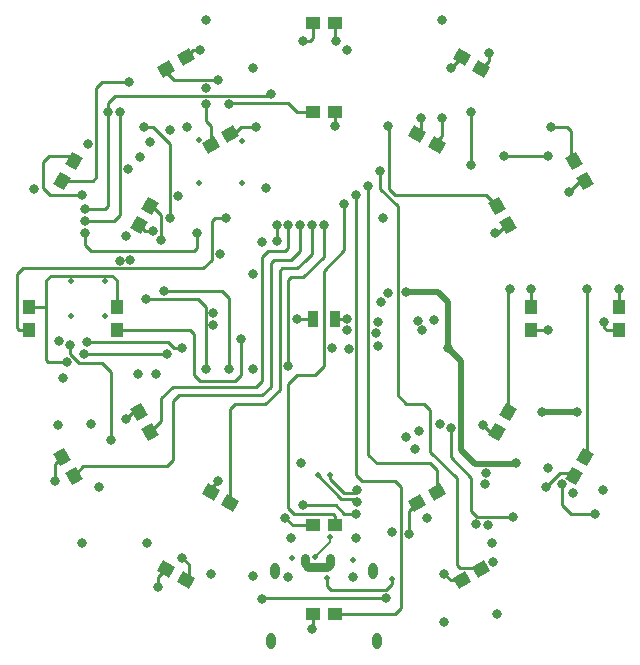
<source format=gbr>
%TF.GenerationSoftware,KiCad,Pcbnew,6.0.7+dfsg-1~bpo11+1*%
%TF.CreationDate,2022-09-09T13:16:42+02:00*%
%TF.ProjectId,pcb,7063622e-6b69-4636-9164-5f7063625858,0.1*%
%TF.SameCoordinates,Original*%
%TF.FileFunction,Copper,L4,Bot*%
%TF.FilePolarity,Positive*%
%FSLAX46Y46*%
G04 Gerber Fmt 4.6, Leading zero omitted, Abs format (unit mm)*
G04 Created by KiCad (PCBNEW 6.0.7+dfsg-1~bpo11+1) date 2022-09-09 13:16:42*
%MOMM*%
%LPD*%
G01*
G04 APERTURE LIST*
G04 Aperture macros list*
%AMRotRect*
0 Rectangle, with rotation*
0 The origin of the aperture is its center*
0 $1 length*
0 $2 width*
0 $3 Rotation angle, in degrees counterclockwise*
0 Add horizontal line*
21,1,$1,$2,0,0,$3*%
G04 Aperture macros list end*
%TA.AperFunction,ComponentPad*%
%ADD10O,0.800000X1.400000*%
%TD*%
%TA.AperFunction,SMDPad,CuDef*%
%ADD11R,1.050000X1.200000*%
%TD*%
%TA.AperFunction,SMDPad,CuDef*%
%ADD12R,1.200000X1.050000*%
%TD*%
%TA.AperFunction,SMDPad,CuDef*%
%ADD13RotRect,1.050000X1.200000X60.000000*%
%TD*%
%TA.AperFunction,SMDPad,CuDef*%
%ADD14RotRect,1.050000X1.200000X210.000000*%
%TD*%
%TA.AperFunction,SMDPad,CuDef*%
%ADD15RotRect,1.050000X1.200000X330.000000*%
%TD*%
%TA.AperFunction,SMDPad,CuDef*%
%ADD16RotRect,1.050000X1.200000X240.000000*%
%TD*%
%TA.AperFunction,SMDPad,CuDef*%
%ADD17RotRect,1.050000X1.200000X120.000000*%
%TD*%
%TA.AperFunction,SMDPad,CuDef*%
%ADD18RotRect,1.050000X1.200000X300.000000*%
%TD*%
%TA.AperFunction,SMDPad,CuDef*%
%ADD19RotRect,1.050000X1.200000X150.000000*%
%TD*%
%TA.AperFunction,SMDPad,CuDef*%
%ADD20R,0.900000X1.400000*%
%TD*%
%TA.AperFunction,SMDPad,CuDef*%
%ADD21RotRect,1.050000X1.200000X30.000000*%
%TD*%
%TA.AperFunction,ViaPad*%
%ADD22C,0.800000*%
%TD*%
%TA.AperFunction,ViaPad*%
%ADD23C,0.500000*%
%TD*%
%TA.AperFunction,Conductor*%
%ADD24C,0.250000*%
%TD*%
%TA.AperFunction,Conductor*%
%ADD25C,0.508000*%
%TD*%
%TA.AperFunction,Conductor*%
%ADD26C,0.254000*%
%TD*%
%TA.AperFunction,Conductor*%
%ADD27C,0.261112*%
%TD*%
%TA.AperFunction,Conductor*%
%ADD28C,0.200000*%
%TD*%
%TA.AperFunction,Conductor*%
%ADD29C,0.762000*%
%TD*%
G04 APERTURE END LIST*
D10*
%TO.P,X1,S1,SHIELD*%
%TO.N,/Power/Shield*%
X145510000Y-127280000D03*
X154130000Y-121330000D03*
X154490000Y-127280000D03*
X145870000Y-121330000D03*
%TD*%
D11*
%TO.P,V17,1*%
%TO.N,Ring0_9*%
X175000000Y-99050000D03*
%TO.P,V17,2*%
%TO.N,3.3V*%
X175000000Y-100950000D03*
%TD*%
D12*
%TO.P,V14,1*%
%TO.N,Ring0_6*%
X150950000Y-125000000D03*
%TO.P,V14,2*%
%TO.N,3.3V*%
X149050000Y-125000000D03*
%TD*%
D13*
%TO.P,V13,1*%
%TO.N,Ring0_5*%
X138322724Y-122126000D03*
%TO.P,V13,2*%
%TO.N,3.3V*%
X136677276Y-121176000D03*
%TD*%
D14*
%TO.P,V18,1*%
%TO.N,Ring0_10*%
X171176000Y-86677276D03*
%TO.P,V18,2*%
%TO.N,3.3V*%
X172126000Y-88322724D03*
%TD*%
D11*
%TO.P,V29,1*%
%TO.N,Ring1_9*%
X167500000Y-99050000D03*
%TO.P,V29,2*%
%TO.N,3.3V*%
X167500000Y-100950000D03*
%TD*%
D13*
%TO.P,V25,1*%
%TO.N,Ring1_5*%
X142072724Y-115630000D03*
%TO.P,V25,2*%
%TO.N,3.3V*%
X140427276Y-114680000D03*
%TD*%
D15*
%TO.P,V10,1*%
%TO.N,Ring0_2*%
X127874000Y-88322724D03*
%TO.P,V10,2*%
%TO.N,3.3V*%
X128824000Y-86677276D03*
%TD*%
D16*
%TO.P,V19,1*%
%TO.N,Ring0_11*%
X161677276Y-77874000D03*
%TO.P,V19,2*%
%TO.N,3.3V*%
X163322724Y-78824000D03*
%TD*%
D17*
%TO.P,V15,1*%
%TO.N,Ring0_7*%
X163322724Y-121176000D03*
%TO.P,V15,2*%
%TO.N,3.3V*%
X161677276Y-122126000D03*
%TD*%
D18*
%TO.P,V9,1*%
%TO.N,Ring0_1*%
X136677276Y-78824000D03*
%TO.P,V9,2*%
%TO.N,3.3V*%
X138322724Y-77874000D03*
%TD*%
D19*
%TO.P,V16,1*%
%TO.N,Ring0_8*%
X172126000Y-111677276D03*
%TO.P,V16,2*%
%TO.N,3.3V*%
X171176000Y-113322724D03*
%TD*%
D16*
%TO.P,V31,1*%
%TO.N,Ring1_11*%
X157927276Y-84370000D03*
%TO.P,V31,2*%
%TO.N,3.3V*%
X159572724Y-85320000D03*
%TD*%
D14*
%TO.P,V30,1*%
%TO.N,Ring1_10*%
X164680000Y-90427276D03*
%TO.P,V30,2*%
%TO.N,3.3V*%
X165630000Y-92072724D03*
%TD*%
D18*
%TO.P,V21,1*%
%TO.N,Ring1_1*%
X140427276Y-85320000D03*
%TO.P,V21,2*%
%TO.N,3.3V*%
X142072724Y-84370000D03*
%TD*%
D17*
%TO.P,V27,1*%
%TO.N,Ring1_7*%
X159572724Y-114680000D03*
%TO.P,V27,2*%
%TO.N,3.3V*%
X157927276Y-115630000D03*
%TD*%
D19*
%TO.P,V28,1*%
%TO.N,Ring1_8*%
X165630000Y-107927276D03*
%TO.P,V28,2*%
%TO.N,3.3V*%
X164680000Y-109572724D03*
%TD*%
D20*
%TO.P,V34,1,C*%
%TO.N,3.3V*%
X149050000Y-100000000D03*
%TO.P,V34,2,E*%
%TO.N,PHOTO*%
X150950000Y-100000000D03*
%TD*%
D21*
%TO.P,V12,1*%
%TO.N,Ring0_4*%
X128824000Y-113322724D03*
%TO.P,V12,2*%
%TO.N,3.3V*%
X127874000Y-111677276D03*
%TD*%
D11*
%TO.P,V23,1*%
%TO.N,Ring1_3*%
X132500000Y-100950000D03*
%TO.P,V23,2*%
%TO.N,3.3V*%
X132500000Y-99050000D03*
%TD*%
D21*
%TO.P,V24,1*%
%TO.N,Ring1_4*%
X135320000Y-109572724D03*
%TO.P,V24,2*%
%TO.N,3.3V*%
X134370000Y-107927276D03*
%TD*%
D12*
%TO.P,V8,1*%
%TO.N,Ring0_0*%
X149050000Y-75000000D03*
%TO.P,V8,2*%
%TO.N,3.3V*%
X150950000Y-75000000D03*
%TD*%
%TO.P,V20,1*%
%TO.N,Ring1_0*%
X149050000Y-82500000D03*
%TO.P,V20,2*%
%TO.N,3.3V*%
X150950000Y-82500000D03*
%TD*%
D15*
%TO.P,V22,1*%
%TO.N,Ring1_2*%
X134370000Y-92072724D03*
%TO.P,V22,2*%
%TO.N,3.3V*%
X135320000Y-90427276D03*
%TD*%
D11*
%TO.P,V11,1*%
%TO.N,Ring0_3*%
X125000000Y-100950000D03*
%TO.P,V11,2*%
%TO.N,3.3V*%
X125000000Y-99050000D03*
%TD*%
D12*
%TO.P,V26,1*%
%TO.N,Ring1_6*%
X150950000Y-117500000D03*
%TO.P,V26,2*%
%TO.N,3.3V*%
X149050000Y-117500000D03*
%TD*%
D22*
%TO.N,BAT-*%
X171400000Y-107900000D03*
X168508636Y-107916500D03*
D23*
%TO.N,BAT_PROT-*%
X143050000Y-88550000D03*
D22*
X137679648Y-89595395D03*
X145100000Y-88950000D03*
X133631500Y-95000000D03*
D23*
X128600000Y-99750000D03*
D22*
X127500000Y-109000000D03*
X159800000Y-108900000D03*
X150654500Y-102500000D03*
X159300000Y-100100000D03*
X171100000Y-114800000D03*
X134226600Y-104694135D03*
X140425500Y-121600000D03*
X144000000Y-121750000D03*
X134400000Y-86350000D03*
X152500000Y-121900000D03*
X163750000Y-113083500D03*
D23*
X139450000Y-88550000D03*
D22*
X138400000Y-83800000D03*
D23*
X128581487Y-96849500D03*
D22*
X158300000Y-101000000D03*
X154550000Y-100250000D03*
X133406500Y-87300000D03*
X127950000Y-105006500D03*
X140000000Y-80500000D03*
X155435168Y-97843971D03*
X130000000Y-85250000D03*
D23*
X139433033Y-84850659D03*
D22*
X163864909Y-117456110D03*
D23*
X131501485Y-96849500D03*
D22*
X164289105Y-120590820D03*
X129500000Y-119000000D03*
X158750000Y-116850000D03*
X157000000Y-110000000D03*
X147000000Y-121900000D03*
X130298000Y-108952000D03*
D23*
X152500000Y-120400000D03*
D22*
X148100000Y-112200000D03*
X157750000Y-111000000D03*
X173600000Y-114500000D03*
X164700000Y-125000000D03*
X152095500Y-102525000D03*
X140656500Y-100500000D03*
X144750000Y-93500000D03*
X140000000Y-74750000D03*
X160000000Y-74750000D03*
D23*
X143050000Y-84950000D03*
D22*
X147250000Y-118600000D03*
X162907440Y-117397922D03*
X160214000Y-125714000D03*
X152750000Y-118600000D03*
X152000000Y-77250000D03*
X164200000Y-119000000D03*
X144000000Y-104250000D03*
D23*
X147300000Y-120300000D03*
D22*
X169000000Y-112650000D03*
D23*
X131500000Y-99750000D03*
D22*
X155000000Y-91500000D03*
X140656500Y-99500000D03*
X157945647Y-100154500D03*
X155750000Y-118050000D03*
X158100000Y-109500000D03*
X163650000Y-114000000D03*
X125500000Y-89000000D03*
%TO.N,3.3V*%
X173750000Y-100250000D03*
X144000000Y-96250000D03*
X129500000Y-89500000D03*
X170750000Y-89250000D03*
X150950000Y-83654500D03*
X157250000Y-118250000D03*
X132706919Y-95095500D03*
X136250000Y-93350000D03*
X136000000Y-122750000D03*
X139500000Y-77250000D03*
X137000000Y-84000000D03*
X133250000Y-108500000D03*
X135800000Y-104700000D03*
X144000000Y-78750000D03*
X151000000Y-76500000D03*
X160206404Y-121587192D03*
X154404500Y-101250000D03*
X164500000Y-92750000D03*
X135250000Y-85000000D03*
X168843500Y-114250000D03*
X133250000Y-93000000D03*
X160000000Y-83000000D03*
X146750000Y-116843500D03*
X127250000Y-113750000D03*
X169000000Y-101000000D03*
X149000000Y-126250000D03*
X154847613Y-98564218D03*
X127600000Y-101900000D03*
X128260193Y-103685796D03*
X147750000Y-100000000D03*
X144250000Y-83750000D03*
X152000000Y-101000000D03*
X141250000Y-94500000D03*
X131000000Y-114250000D03*
X135000000Y-119000000D03*
X164000000Y-77500000D03*
X154575000Y-102325000D03*
X163500000Y-109000000D03*
X141029503Y-113750000D03*
%TO.N,CHRG_OUT*%
X160500000Y-102500000D03*
X157000000Y-97750000D03*
X166250000Y-112250000D03*
D23*
%TO.N,/Power/CC2*%
X155750000Y-122000000D03*
X150250000Y-121993500D03*
D22*
%TO.N,/Power/CHRG_STAT*%
X152750000Y-116500000D03*
X148250000Y-115750000D03*
%TO.N,/Power/~{CHRG_PG}*%
X155250000Y-123654500D03*
X144750000Y-123750000D03*
%TO.N,REGN*%
X160750000Y-109250000D03*
X166000000Y-116750000D03*
%TO.N,NRST*%
X129750000Y-90750000D03*
X145500000Y-81000000D03*
X131750000Y-82500000D03*
%TO.N,BTN0*%
X129750000Y-91750000D03*
X132750000Y-82500000D03*
%TO.N,BTN1*%
X162500000Y-87000000D03*
X162500000Y-82500000D03*
X129750000Y-92750000D03*
X139250000Y-92750000D03*
%TO.N,BAT_SENS*%
X136750000Y-103000000D03*
X129710210Y-103000000D03*
%TO.N,PHOTO*%
X138000000Y-102500000D03*
X152000000Y-100000000D03*
X129952500Y-102000000D03*
%TO.N,Net-(V2-Pad3)*%
X170156500Y-114038350D03*
X173000000Y-116500000D03*
D23*
%TO.N,USB_D-*%
X149500000Y-113250000D03*
D22*
X152790810Y-115501600D03*
D23*
%TO.N,USB_D+*%
X149256500Y-120149502D03*
D22*
X152790810Y-114498400D03*
D23*
X150500000Y-118500000D03*
X150500000Y-113250000D03*
D22*
%TO.N,RXD*%
X136500000Y-97616500D03*
X142000000Y-104250000D03*
%TO.N,TXD*%
X140000000Y-104250000D03*
X134921284Y-98349716D03*
%TO.N,DBG_LED*%
X132000000Y-110250000D03*
X128504500Y-102250000D03*
%TO.N,Ring0_0*%
X148250000Y-76500000D03*
%TO.N,Ring0_1*%
X141000000Y-79750000D03*
%TO.N,Ring0_2*%
X137000000Y-91500000D03*
X134750000Y-83750000D03*
X133500000Y-80000000D03*
%TO.N,Ring0_3*%
X141750000Y-91439000D03*
%TO.N,Ring0_4*%
X148000000Y-92093500D03*
%TO.N,Ring0_5*%
X150000000Y-92093500D03*
X138000000Y-120250000D03*
X146995500Y-104000000D03*
%TO.N,Ring0_6*%
X152750000Y-89500000D03*
%TO.N,Ring0_7*%
X154750000Y-87500000D03*
%TO.N,Ring0_8*%
X165250000Y-86250000D03*
X172250000Y-97500000D03*
X169000000Y-86250000D03*
%TO.N,Ring0_9*%
X175000000Y-97500000D03*
%TO.N,Ring0_10*%
X169250000Y-83750000D03*
%TO.N,Ring0_11*%
X160750000Y-78750000D03*
%TO.N,Ring1_0*%
X142000000Y-81813500D03*
%TO.N,Ring1_1*%
X140000000Y-81813500D03*
%TO.N,Ring1_2*%
X135500000Y-92550000D03*
%TO.N,Ring1_3*%
X143000000Y-101750000D03*
X146000000Y-93406500D03*
X146000000Y-92093500D03*
%TO.N,Ring1_4*%
X147000000Y-92093500D03*
%TO.N,Ring1_5*%
X149000000Y-92093500D03*
%TO.N,Ring1_6*%
X151750000Y-90250000D03*
%TO.N,Ring1_7*%
X153750000Y-88750000D03*
%TO.N,Ring1_8*%
X165750000Y-97500000D03*
%TO.N,Ring1_9*%
X167500000Y-97500000D03*
%TO.N,Ring1_10*%
X155472011Y-83655931D03*
%TO.N,Ring1_11*%
X158250000Y-83000000D03*
D23*
%TO.N,VBUS_CONN*%
X148400000Y-120299502D03*
X150500000Y-120299502D03*
%TD*%
D24*
%TO.N,3.3V*%
X165630000Y-92072724D02*
X165427276Y-92072724D01*
X165427276Y-92072724D02*
X164750000Y-92750000D01*
X164750000Y-92750000D02*
X164500000Y-92750000D01*
%TO.N,Ring1_11*%
X158250000Y-84047276D02*
X157927276Y-84370000D01*
X158250000Y-83000000D02*
X158250000Y-84047276D01*
%TO.N,Ring0_0*%
X149050000Y-75000000D02*
X149050000Y-76250000D01*
X149050000Y-76250000D02*
X148800000Y-76500000D01*
X148800000Y-76500000D02*
X148250000Y-76500000D01*
%TO.N,3.3V*%
X141029503Y-113750000D02*
X140427276Y-114352227D01*
X140427276Y-114352227D02*
X140427276Y-114680000D01*
X175000000Y-100950000D02*
X173950000Y-100950000D01*
X173950000Y-100950000D02*
X173750000Y-100750000D01*
X173750000Y-100750000D02*
X173750000Y-100250000D01*
D25*
%TO.N,BAT-*%
X168508636Y-107916500D02*
X171383500Y-107916500D01*
D24*
%TO.N,3.3V*%
X169993500Y-113100000D02*
X168843500Y-114250000D01*
D26*
X126500000Y-103500000D02*
X126500000Y-99000000D01*
D24*
X129500000Y-89500000D02*
X126800000Y-89500000D01*
X132095000Y-96345000D02*
X132500000Y-96750000D01*
X164000000Y-78146724D02*
X164000000Y-77500000D01*
D26*
X126500000Y-99000000D02*
X126450000Y-99050000D01*
D24*
X126250000Y-88950000D02*
X126250000Y-86750000D01*
X171176000Y-113322724D02*
X170953276Y-113100000D01*
X142380000Y-84370000D02*
X142072724Y-84370000D01*
X126250000Y-86750000D02*
X126750000Y-86250000D01*
D26*
X136000000Y-121853276D02*
X136677276Y-121176000D01*
D24*
X126500000Y-99000000D02*
X126500000Y-96750000D01*
X160745212Y-122126000D02*
X161677276Y-122126000D01*
X160206404Y-121587192D02*
X160745212Y-122126000D01*
X128396724Y-86250000D02*
X128824000Y-86677276D01*
X150950000Y-76450000D02*
X151000000Y-76500000D01*
D26*
X126685796Y-103685796D02*
X126500000Y-103500000D01*
D24*
X136250000Y-93350000D02*
X136250000Y-91200000D01*
X157250000Y-116307276D02*
X157927276Y-115630000D01*
X159572724Y-84927276D02*
X159572724Y-85320000D01*
X143000000Y-83750000D02*
X142380000Y-84370000D01*
X126500000Y-96750000D02*
X126905000Y-96345000D01*
X139500000Y-77250000D02*
X138946724Y-77250000D01*
X126800000Y-89500000D02*
X126250000Y-88950000D01*
X147406500Y-117500000D02*
X149050000Y-117500000D01*
X167500000Y-100950000D02*
X168950000Y-100950000D01*
X149050000Y-125000000D02*
X149050000Y-126200000D01*
X160000000Y-84500000D02*
X159572724Y-84927276D01*
X135477276Y-90427276D02*
X135320000Y-90427276D01*
X132500000Y-96750000D02*
X132500000Y-99050000D01*
X144250000Y-83750000D02*
X143000000Y-83750000D01*
X172126000Y-88322724D02*
X171677276Y-88322724D01*
D26*
X126450000Y-99050000D02*
X125000000Y-99050000D01*
X128260193Y-103685796D02*
X126685796Y-103685796D01*
D24*
X157250000Y-118250000D02*
X157250000Y-116307276D01*
X149050000Y-126200000D02*
X149000000Y-126250000D01*
X136250000Y-91200000D02*
X135477276Y-90427276D01*
D26*
X136000000Y-122750000D02*
X136000000Y-121853276D01*
D24*
X160000000Y-83000000D02*
X160000000Y-84500000D01*
X163322724Y-78824000D02*
X164000000Y-78146724D01*
X170953276Y-113100000D02*
X169993500Y-113100000D01*
X133822724Y-107927276D02*
X133250000Y-108500000D01*
X138946724Y-77250000D02*
X138322724Y-77874000D01*
X126905000Y-96345000D02*
X132095000Y-96345000D01*
X127874000Y-111677276D02*
X127250000Y-112301276D01*
X171677276Y-88322724D02*
X170750000Y-89250000D01*
X164680000Y-109572724D02*
X164072724Y-109572724D01*
X147750000Y-100000000D02*
X149050000Y-100000000D01*
X150950000Y-75000000D02*
X150950000Y-76450000D01*
X150950000Y-83654500D02*
X150950000Y-82500000D01*
X146750000Y-116843500D02*
X147406500Y-117500000D01*
X126750000Y-86250000D02*
X128396724Y-86250000D01*
X168950000Y-100950000D02*
X169000000Y-101000000D01*
X164072724Y-109572724D02*
X163500000Y-109000000D01*
X127250000Y-112301276D02*
X127250000Y-113750000D01*
X134370000Y-107927276D02*
X133822724Y-107927276D01*
D25*
%TO.N,CHRG_OUT*%
X159650000Y-97750000D02*
X160500000Y-98600000D01*
X166200000Y-112300000D02*
X162800000Y-112300000D01*
X166250000Y-112250000D02*
X166200000Y-112300000D01*
X162800000Y-112300000D02*
X161600000Y-111100000D01*
X160500000Y-98600000D02*
X160500000Y-102500000D01*
X161600000Y-103600000D02*
X160500000Y-102500000D01*
X161600000Y-111100000D02*
X161600000Y-103600000D01*
X157000000Y-97750000D02*
X159650000Y-97750000D01*
D24*
%TO.N,/Power/CC2*%
X155250000Y-123000000D02*
X150650000Y-123000000D01*
X150650000Y-123000000D02*
X150250000Y-122600000D01*
X155750000Y-122000000D02*
X155750000Y-122500000D01*
X150250000Y-122600000D02*
X150250000Y-121993500D01*
X155750000Y-122500000D02*
X155250000Y-123000000D01*
D26*
%TO.N,/Power/CHRG_STAT*%
X151000000Y-115750000D02*
X148250000Y-115750000D01*
X152750000Y-116500000D02*
X151750000Y-116500000D01*
X151750000Y-116500000D02*
X151000000Y-115750000D01*
D24*
%TO.N,/Power/~{CHRG_PG}*%
X155250000Y-123654500D02*
X144845500Y-123654500D01*
X144845500Y-123654500D02*
X144750000Y-123750000D01*
%TO.N,REGN*%
X162500000Y-113500000D02*
X160750000Y-111750000D01*
X160750000Y-111750000D02*
X160750000Y-109250000D01*
X163000000Y-116750000D02*
X162500000Y-116250000D01*
X162500000Y-116250000D02*
X162500000Y-113500000D01*
X166000000Y-116750000D02*
X163000000Y-116750000D01*
%TO.N,NRST*%
X145500000Y-81000000D02*
X145343000Y-81157000D01*
D26*
X131500000Y-90750000D02*
X131750000Y-90500000D01*
X131750000Y-90500000D02*
X131750000Y-82500000D01*
X131750000Y-81750000D02*
X132000000Y-81500000D01*
X132343000Y-81157000D02*
X145157000Y-81157000D01*
D24*
X145343000Y-81157000D02*
X145157000Y-81157000D01*
D26*
X131750000Y-82500000D02*
X131750000Y-81750000D01*
X132000000Y-81500000D02*
X132343000Y-81157000D01*
X129750000Y-90750000D02*
X131500000Y-90750000D01*
%TO.N,BTN0*%
X129750000Y-91750000D02*
X132250000Y-91750000D01*
X132250000Y-91750000D02*
X132750000Y-91250000D01*
X132750000Y-91250000D02*
X132750000Y-82500000D01*
%TO.N,BTN1*%
X129750000Y-93750000D02*
X130250000Y-94250000D01*
X139250000Y-94000000D02*
X139250000Y-92750000D01*
X130250000Y-94250000D02*
X139000000Y-94250000D01*
X162500000Y-87000000D02*
X162500000Y-82500000D01*
X129750000Y-92750000D02*
X129750000Y-93750000D01*
X139000000Y-94250000D02*
X139250000Y-94000000D01*
D24*
%TO.N,BAT_SENS*%
X136750000Y-103000000D02*
X129710210Y-103000000D01*
%TO.N,PHOTO*%
X129952500Y-102000000D02*
X136800000Y-102000000D01*
D26*
X152000000Y-100000000D02*
X150950000Y-100000000D01*
D24*
X137300000Y-102500000D02*
X138000000Y-102500000D01*
X136800000Y-102000000D02*
X137300000Y-102500000D01*
D26*
%TO.N,Net-(V2-Pad3)*%
X170156500Y-114038350D02*
X170156500Y-115756500D01*
X170900000Y-116500000D02*
X173000000Y-116500000D01*
X170156500Y-115756500D02*
X170900000Y-116500000D01*
D27*
%TO.N,USB_D-*%
X152521367Y-115232157D02*
X151482157Y-115232157D01*
X151482157Y-115232157D02*
X149500000Y-113250000D01*
X152790810Y-115501600D02*
X152521367Y-115232157D01*
D28*
%TO.N,USB_D+*%
X149256500Y-120149502D02*
X150500000Y-118906002D01*
D27*
X150500000Y-113593363D02*
X150500000Y-113250000D01*
D28*
X150500000Y-118906002D02*
X150500000Y-118500000D01*
D27*
X151674480Y-114767843D02*
X150500000Y-113593363D01*
X152790810Y-114498400D02*
X152521367Y-114767843D01*
X152521367Y-114767843D02*
X151674480Y-114767843D01*
D26*
%TO.N,RXD*%
X142000000Y-104250000D02*
X142000000Y-98250000D01*
X142000000Y-98250000D02*
X141400000Y-97650000D01*
X141400000Y-97650000D02*
X136533500Y-97650000D01*
X136533500Y-97650000D02*
X136500000Y-97616500D01*
%TO.N,TXD*%
X140000000Y-99000000D02*
X139350000Y-98350000D01*
X134921568Y-98350000D02*
X134921284Y-98349716D01*
X139350000Y-98350000D02*
X134921568Y-98350000D01*
X140000000Y-104250000D02*
X140000000Y-99000000D01*
D24*
%TO.N,DBG_LED*%
X128504500Y-103004500D02*
X129250000Y-103750000D01*
X128504500Y-102250000D02*
X128504500Y-103004500D01*
X129250000Y-103750000D02*
X131200000Y-103750000D01*
X131200000Y-103750000D02*
X132000000Y-104550000D01*
X132000000Y-104550000D02*
X132000000Y-110250000D01*
%TO.N,Ring0_1*%
X136677276Y-78824000D02*
X136677276Y-79077276D01*
X137350000Y-79750000D02*
X141000000Y-79750000D01*
X136677276Y-79077276D02*
X137350000Y-79750000D01*
D26*
%TO.N,Ring0_2*%
X130750000Y-88000000D02*
X130750000Y-80500000D01*
X127874000Y-88322724D02*
X130427276Y-88322724D01*
X130427276Y-88322724D02*
X130750000Y-88000000D01*
X130750000Y-80500000D02*
X131250000Y-80000000D01*
D24*
X135500000Y-83750000D02*
X134750000Y-83750000D01*
X137000000Y-91500000D02*
X137000000Y-85250000D01*
X137000000Y-85250000D02*
X135500000Y-83750000D01*
X131250000Y-80000000D02*
X133500000Y-80000000D01*
%TO.N,Ring0_3*%
X140500000Y-95000000D02*
X139750000Y-95750000D01*
X124000000Y-100750000D02*
X124200000Y-100950000D01*
X140811000Y-91439000D02*
X140500000Y-91750000D01*
X124500000Y-95750000D02*
X124000000Y-96250000D01*
X140500000Y-91750000D02*
X140500000Y-95000000D01*
X139750000Y-95750000D02*
X124500000Y-95750000D01*
X141750000Y-91439000D02*
X140811000Y-91439000D01*
X124000000Y-96250000D02*
X124000000Y-100750000D01*
X124200000Y-100950000D02*
X125000000Y-100950000D01*
%TO.N,Ring0_4*%
X137750000Y-106500000D02*
X144750000Y-106500000D01*
X148000000Y-94250000D02*
X148000000Y-92093500D01*
X145500000Y-105750000D02*
X145500000Y-95250000D01*
X144750000Y-106500000D02*
X145500000Y-105750000D01*
X145500000Y-95250000D02*
X145750000Y-95000000D01*
X147250000Y-95000000D02*
X148000000Y-94250000D01*
X137250000Y-107000000D02*
X137750000Y-106500000D01*
X136750000Y-112500000D02*
X137250000Y-112000000D01*
X145750000Y-95000000D02*
X147250000Y-95000000D01*
X129646724Y-112500000D02*
X136750000Y-112500000D01*
X128824000Y-113322724D02*
X129646724Y-112500000D01*
X137250000Y-112000000D02*
X137250000Y-107000000D01*
%TO.N,Ring0_5*%
X146995500Y-104000000D02*
X146995500Y-96754500D01*
X150000000Y-94768700D02*
X150000000Y-92093500D01*
X138550000Y-121898724D02*
X138550000Y-120800000D01*
X146995500Y-96754500D02*
X147250000Y-96500000D01*
X147250000Y-96500000D02*
X148268700Y-96500000D01*
X138322724Y-122126000D02*
X138550000Y-121898724D01*
X148268700Y-96500000D02*
X150000000Y-94768700D01*
X138550000Y-120800000D02*
X138000000Y-120250000D01*
%TO.N,Ring0_6*%
X156000000Y-113750000D02*
X153250000Y-113750000D01*
X152750000Y-113250000D02*
X152750000Y-89500000D01*
X156500000Y-124500000D02*
X156500000Y-114250000D01*
X156000000Y-125000000D02*
X156500000Y-124500000D01*
X150950000Y-125000000D02*
X156000000Y-125000000D01*
X156500000Y-114250000D02*
X156000000Y-113750000D01*
X153250000Y-113750000D02*
X152750000Y-113250000D01*
%TO.N,Ring0_7*%
X161250000Y-113500000D02*
X161250000Y-120850000D01*
X156250000Y-90500000D02*
X156250000Y-106500000D01*
X157000000Y-107250000D02*
X158500000Y-107250000D01*
D26*
X163322724Y-121176000D02*
X163261061Y-121114337D01*
D24*
X154750000Y-87500000D02*
X154750000Y-89000000D01*
X159000000Y-107750000D02*
X159000000Y-111250000D01*
X154750000Y-89000000D02*
X156250000Y-90500000D01*
X159000000Y-111250000D02*
X161250000Y-113500000D01*
D26*
X163261061Y-121114337D02*
X161516337Y-121114337D01*
D24*
X156250000Y-106500000D02*
X157000000Y-107250000D01*
X161250000Y-120850000D02*
X161516337Y-121116337D01*
X158500000Y-107250000D02*
X159000000Y-107750000D01*
%TO.N,Ring0_8*%
X172250000Y-111250000D02*
X172126000Y-111374000D01*
X172250000Y-97500000D02*
X172250000Y-111250000D01*
X172126000Y-111374000D02*
X172126000Y-111677276D01*
X165250000Y-86250000D02*
X169000000Y-86250000D01*
%TO.N,Ring0_9*%
X175000000Y-97500000D02*
X175000000Y-99050000D01*
%TO.N,Ring0_10*%
X169250000Y-83750000D02*
X170550000Y-83750000D01*
X170950000Y-84150000D02*
X170950000Y-86451276D01*
X170550000Y-83750000D02*
X170950000Y-84150000D01*
X170950000Y-86451276D02*
X171176000Y-86677276D01*
%TO.N,Ring0_11*%
X160801276Y-78750000D02*
X161677276Y-77874000D01*
%TO.N,Ring1_0*%
X147750000Y-82500000D02*
X149050000Y-82500000D01*
X142000000Y-81813500D02*
X142063500Y-81750000D01*
X142063500Y-81750000D02*
X147000000Y-81750000D01*
X147000000Y-81750000D02*
X147750000Y-82500000D01*
%TO.N,Ring1_1*%
X140000000Y-83250000D02*
X140427276Y-83677276D01*
X140427276Y-83677276D02*
X140427276Y-85320000D01*
X140000000Y-81813500D02*
X140000000Y-83250000D01*
%TO.N,Ring1_2*%
X135500000Y-92550000D02*
X134847276Y-92550000D01*
X134847276Y-92550000D02*
X134370000Y-92072724D01*
%TO.N,Ring1_3*%
X132500000Y-100950000D02*
X138650000Y-100950000D01*
X142500000Y-105250000D02*
X143000000Y-104750000D01*
X138650000Y-100950000D02*
X139000000Y-101300000D01*
X139000000Y-101300000D02*
X139000000Y-104750000D01*
X139500000Y-105250000D02*
X142500000Y-105250000D01*
X139000000Y-104750000D02*
X139500000Y-105250000D01*
X146000000Y-93406500D02*
X146000000Y-92093500D01*
X143000000Y-104750000D02*
X143000000Y-101750000D01*
%TO.N,Ring1_4*%
X145250000Y-94250000D02*
X146750000Y-94250000D01*
X136250000Y-108642724D02*
X136250000Y-106750000D01*
X144750000Y-105250000D02*
X144750000Y-94750000D01*
X144750000Y-94750000D02*
X145250000Y-94250000D01*
X137250000Y-105750000D02*
X144250000Y-105750000D01*
X135320000Y-109572724D02*
X136250000Y-108642724D01*
X136250000Y-106750000D02*
X137250000Y-105750000D01*
X146750000Y-94250000D02*
X147000000Y-94000000D01*
X147000000Y-94000000D02*
X147000000Y-92093500D01*
X144250000Y-105750000D02*
X144750000Y-105250000D01*
%TO.N,Ring1_5*%
X149000000Y-94500000D02*
X149000000Y-92093500D01*
X142500000Y-107250000D02*
X145000000Y-107250000D01*
X146250000Y-96000000D02*
X146500000Y-95750000D01*
X146250000Y-106000000D02*
X146250000Y-96750000D01*
X147500000Y-95750000D02*
X147750000Y-95750000D01*
X145000000Y-107250000D02*
X146250000Y-106000000D01*
X148500000Y-95000000D02*
X149000000Y-94500000D01*
X147750000Y-95750000D02*
X148500000Y-95000000D01*
X142072724Y-115630000D02*
X142072724Y-107677276D01*
X142072724Y-107677276D02*
X142500000Y-107250000D01*
X146500000Y-95750000D02*
X147500000Y-95750000D01*
X146250000Y-96750000D02*
X146250000Y-96000000D01*
%TO.N,Ring1_6*%
X150000000Y-104000000D02*
X150000000Y-95950000D01*
X150000000Y-95950000D02*
X151750000Y-94200000D01*
X151750000Y-94200000D02*
X151750000Y-90250000D01*
X147000000Y-105500000D02*
X147750000Y-104750000D01*
X150750000Y-116500000D02*
X147500000Y-116500000D01*
X147500000Y-116500000D02*
X147000000Y-116000000D01*
X150950000Y-116700000D02*
X150750000Y-116500000D01*
X147000000Y-116000000D02*
X147000000Y-105500000D01*
X149250000Y-104750000D02*
X150000000Y-104000000D01*
X150950000Y-117500000D02*
X150950000Y-116700000D01*
X147750000Y-104750000D02*
X149250000Y-104750000D01*
%TO.N,Ring1_7*%
X153750000Y-111500000D02*
X154500000Y-112250000D01*
X153750000Y-88750000D02*
X153750000Y-111500000D01*
X159572724Y-112822724D02*
X159572724Y-114680000D01*
X159000000Y-112250000D02*
X159572724Y-112822724D01*
X154500000Y-112250000D02*
X159000000Y-112250000D01*
%TO.N,Ring1_8*%
X165750000Y-97500000D02*
X165630000Y-97620000D01*
X165630000Y-97620000D02*
X165630000Y-107927276D01*
%TO.N,Ring1_9*%
X167500000Y-97500000D02*
X167500000Y-99050000D01*
%TO.N,Ring1_10*%
X155500000Y-89000000D02*
X156000000Y-89500000D01*
X155500000Y-83683920D02*
X155500000Y-89000000D01*
X155472011Y-83655931D02*
X155500000Y-83683920D01*
X156000000Y-89500000D02*
X163752724Y-89500000D01*
X163752724Y-89500000D02*
X164680000Y-90427276D01*
D29*
%TO.N,VBUS_CONN*%
X148400000Y-120700000D02*
X148700000Y-121000000D01*
X148700000Y-121000000D02*
X150300000Y-121000000D01*
X150500000Y-120800000D02*
X150500000Y-120299502D01*
X150300000Y-121000000D02*
X150500000Y-120800000D01*
X148400000Y-120299502D02*
X148400000Y-120700000D01*
%TD*%
M02*

</source>
